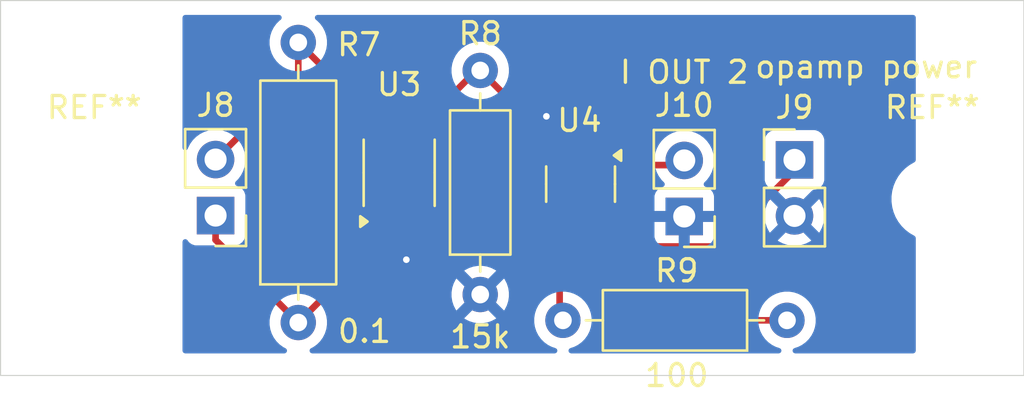
<source format=kicad_pcb>
(kicad_pcb (version 20241229) (generator "pcbnew") (generator_version "9.0")
  (layers (0 "F.Cu" signal) (2 "B.Cu" signal) (13 "F.Paste" user) (15 "B.Paste" user) (5 "F.SilkS" user "F.Silkscreen") (7 "B.SilkS" user "B.Silkscreen") (1 "F.Mask" user) (3 "B.Mask" user) (25 "Edge.Cuts" user))
  (net 0 "")
  (net 1 "GND")
  (net 2 "Net-(J8-Pin_2)")
  (net 3 "12V")
  (net 4 "Net-(U3-ALPHA)")
  (net 5 "Net-(J10-Pin_2)")
  (net 6 "Net-(U3-Iout)")
  (net 7 "Net-(U4--)")
  (net 8 "+3.3V")
  (footprint "Package_TO_SOT_SMD:TSOT-23-5" (layer "F.Cu") (at 46.05 24.0725 -90)
    (property "Reference" "U4" (at -2.8875 0.05 0) (layer "F.SilkS"))
    (property "Value" "AD8603")
    (fp_line (start 0 1.56) (end -0.8 1.56) (stroke (width 0.12)) (layer "F.SilkS"))
    (fp_line (start 0 1.56) (end 0.8 1.56) (stroke (width 0.12)) (layer "F.SilkS"))
    (fp_line (start 0 -1.56) (end -0.8 -1.56) (stroke (width 0.12)) (layer "F.SilkS"))
    (fp_line (start 0 -1.56) (end 0.8 -1.56) (stroke (width 0.12)) (layer "F.SilkS"))
    (fp_poly (pts (xy -1.3 -1.51) (xy -1.54 -1.84) (xy -1.06 -1.84)) (stroke (width 0.12)) (fill yes) (layer "F.SilkS"))
    (pad "1" smd roundrect (at -1.1375 -0.95 270) (size 1.325 0.6) (layers "F.Cu" "F.Mask" "F.Paste") (net 5 "Net-(J10-Pin_2)"))
    (pad "2" smd roundrect (at -1.1375 0 270) (size 1.325 0.6) (layers "F.Cu" "F.Mask" "F.Paste") (net 1 "GND"))
    (pad "3" smd roundrect (at -1.1375 0.95 270) (size 1.325 0.6) (layers "F.Cu" "F.Mask" "F.Paste") (net 6 "Net-(U3-Iout)"))
    (pad "4" smd roundrect (at 1.1375 0.95 270) (size 1.325 0.6) (layers "F.Cu" "F.Mask" "F.Paste") (net 7 "Net-(U4--)"))
    (pad "5" smd roundrect (at 1.1375 -0.95 270) (size 1.325 0.6) (layers "F.Cu" "F.Mask" "F.Paste") (net 8 "+3.3V"))
  )
  (footprint "MountingHole:MountingHole_3.2mm_M3" (layer "F.Cu") (at 62 24.75)
    (property "Reference" "REF**" (at 0 -4.15 0) (layer "F.SilkS"))
    (property "Value" "MountingHole_3.2mm_M3" (hide yes))
    (pad "" np_thru_hole circle (at 0 0) (size 3.2 3.2) (drill 3.2) (layers "*.Cu" "*.Mask"))
  )
  (footprint "Package_SO:MSOP-8_3x3mm_P0.65mm" (layer "F.Cu") (at 37.825 23.558815 90)
    (property "Reference" "U3" (at 4 0 180) (layer "F.SilkS"))
    (property "Value" "AD8212")
    (fp_line (start 0 -1.61) (end 1.5 -1.61) (stroke (width 0.12)) (layer "F.SilkS"))
    (fp_line (start 0 -1.61) (end -1.5 -1.61) (stroke (width 0.12)) (layer "F.SilkS"))
    (fp_line (start 0 1.61) (end 1.5 1.61) (stroke (width 0.12)) (layer "F.SilkS"))
    (fp_line (start 0 1.61) (end -1.5 1.61) (stroke (width 0.12)) (layer "F.SilkS"))
    (fp_poly (pts (xy -2.2125 -1.435) (xy -2.4525 -1.765) (xy -1.9725 -1.765)) (stroke (width 0.12)) (fill yes) (layer "F.SilkS"))
    (pad "1" smd roundrect (at -2.1125 -0.975 90) (size 1.625 0.4) (layers "F.Cu" "F.Mask" "F.Paste") (net 3 "12V"))
    (pad "2" smd roundrect (at -2.1125 -0.325 90) (size 1.625 0.4) (layers "F.Cu" "F.Mask" "F.Paste") (net 4 "Net-(U3-ALPHA)"))
    (pad "3" smd roundrect (at -2.1125 0.325 90) (size 1.625 0.4) (layers "F.Cu" "F.Mask" "F.Paste") (net 1 "GND"))
    (pad "4" smd roundrect (at -2.1125 0.975 90) (size 1.625 0.4) (layers "F.Cu" "F.Mask" "F.Paste"))
    (pad "5" smd roundrect (at 2.1125 0.975 90) (size 1.625 0.4) (layers "F.Cu" "F.Mask" "F.Paste") (net 6 "Net-(U3-Iout)"))
    (pad "6" smd roundrect (at 2.1125 0.325 90) (size 1.625 0.4) (layers "F.Cu" "F.Mask" "F.Paste") (net 4 "Net-(U3-ALPHA)"))
    (pad "7" smd roundrect (at 2.1125 -0.325 90) (size 1.625 0.4) (layers "F.Cu" "F.Mask" "F.Paste"))
    (pad "8" smd roundrect (at 2.1125 -0.975 90) (size 1.625 0.4) (layers "F.Cu" "F.Mask" "F.Paste") (net 2 "Net-(J8-Pin_2)"))
  )
  (footprint "Connector_PinHeader_2.54mm:PinHeader_1x02_P2.54mm_Vertical" (layer "F.Cu") (at 55.75 22.975)
    (property "Reference" "J9" (at 0 -2.38 0) (layer "F.SilkS"))
    (property "Value" "opamp power" (at 3.25 -4.225 0) (layer "F.SilkS"))
    (fp_line (start -1.38 -1.38) (end 0 -1.38) (stroke (width 0.12)) (layer "F.SilkS"))
    (fp_line (start -1.38 0) (end -1.38 -1.38) (stroke (width 0.12)) (layer "F.SilkS"))
    (fp_line (start -1.38 1.27) (end -1.38 3.92) (stroke (width 0.12)) (layer "F.SilkS"))
    (fp_line (start -1.38 1.27) (end 1.38 1.27) (stroke (width 0.12)) (layer "F.SilkS"))
    (fp_line (start -1.38 3.92) (end 1.38 3.92) (stroke (width 0.12)) (layer "F.SilkS"))
    (fp_line (start 1.38 1.27) (end 1.38 3.92) (stroke (width 0.12)) (layer "F.SilkS"))
    (pad "1" thru_hole rect (at 0 0) (size 1.7 1.7) (drill 1) (layers "*.Cu" "*.Mask") (net 8 "+3.3V"))
    (pad "2" thru_hole circle (at 0 2.54) (size 1.7 1.7) (drill 1) (layers "*.Cu" "*.Mask") (net 1 "GND"))
  )
  (footprint "MountingHole:MountingHole_3.2mm_M3" (layer "F.Cu") (at 24 24.75)
    (property "Reference" "REF**" (at 0 -4.15 0) (layer "F.SilkS"))
    (property "Value" "MountingHole_3.2mm_M3" (hide yes))
    (pad "" np_thru_hole circle (at 0 0) (size 3.2 3.2) (drill 3.2) (layers "*.Cu" "*.Mask"))
  )
  (footprint "Connector_PinHeader_2.54mm:PinHeader_1x02_P2.54mm_Vertical" (layer "F.Cu") (at 50.75 25.54 180)
    (property "Reference" "J10" (at 0 5.04 0) (layer "F.SilkS"))
    (property "Value" "I OUT 2" (at 0 6.54 0) (layer "F.SilkS"))
    (fp_line (start 1.38 1.27) (end 1.38 3.92) (stroke (width 0.12)) (layer "F.SilkS"))
    (fp_line (start -1.38 3.92) (end 1.38 3.92) (stroke (width 0.12)) (layer "F.SilkS"))
    (fp_line (start -1.38 1.27) (end 1.38 1.27) (stroke (width 0.12)) (layer "F.SilkS"))
    (fp_line (start -1.38 1.27) (end -1.38 3.92) (stroke (width 0.12)) (layer "F.SilkS"))
    (fp_line (start -1.38 0) (end -1.38 -1.38) (stroke (width 0.12)) (layer "F.SilkS"))
    (fp_line (start -1.38 -1.38) (end 0 -1.38) (stroke (width 0.12)) (layer "F.SilkS"))
    (pad "1" thru_hole rect (at 0 0 180) (size 1.7 1.7) (drill 1) (layers "*.Cu" "*.Mask") (net 1 "GND"))
    (pad "2" thru_hole circle (at 0 2.54 180) (size 1.7 1.7) (drill 1) (layers "*.Cu" "*.Mask") (net 5 "Net-(J10-Pin_2)"))
  )
  (footprint "Resistor_THT:R_Axial_DIN0309_L9.0mm_D3.2mm_P12.70mm_Horizontal" (layer "F.Cu") (at 33.25 30.35 90)
    (property "Reference" "R7" (at 12.6 2.75 180) (layer "F.SilkS"))
    (property "Value" "0.1" (at -0.4 3 180) (layer "F.SilkS"))
    (fp_line (start 11.66 0) (end 10.97 0) (stroke (width 0.12)) (layer "F.SilkS"))
    (fp_line (start 1.04 0) (end 1.73 0) (stroke (width 0.12)) (layer "F.SilkS"))
    (fp_rect (start 1.73 -1.72) (end 10.97 1.72) (stroke (width 0.12)) (fill no) (layer "F.SilkS"))
    (pad "1" thru_hole circle (at 0 0 90) (size 1.6 1.6) (drill 0.8) (layers "*.Cu" "*.Mask") (net 3 "12V"))
    (pad "2" thru_hole circle (at 12.7 0 90) (size 1.6 1.6) (drill 0.8) (layers "*.Cu" "*.Mask") (net 2 "Net-(J8-Pin_2)"))
  )
  (footprint "Resistor_THT:R_Axial_DIN0207_L6.3mm_D2.5mm_P10.16mm_Horizontal" (layer "F.Cu") (at 41.5 29.08 90)
    (property "Reference" "R8" (at 11.83 0 180) (layer "F.SilkS"))
    (property "Value" "15k" (at -1.92 0 180) (layer "F.SilkS"))
    (fp_line (start 9.12 0) (end 8.35 0) (stroke (width 0.12)) (layer "F.SilkS"))
    (fp_line (start 1.04 0) (end 1.81 0) (stroke (width 0.12)) (layer "F.SilkS"))
    (fp_rect (start 1.81 -1.37) (end 8.35 1.37) (stroke (width 0.12)) (fill no) (layer "F.SilkS"))
    (pad "1" thru_hole circle (at 0 0 90) (size 1.6 1.6) (drill 0.8) (layers "*.Cu" "*.Mask") (net 1 "GND"))
    (pad "2" thru_hole circle (at 10.16 0 90) (size 1.6 1.6) (drill 0.8) (layers "*.Cu" "*.Mask") (net 6 "Net-(U3-Iout)"))
  )
  (footprint "Resistor_THT:R_Axial_DIN0207_L6.3mm_D2.5mm_P10.16mm_Horizontal" (layer "F.Cu") (at 55.41 30.25 180)
    (property "Reference" "R9" (at 5 2.25 180) (layer "F.SilkS"))
    (property "Value" "100" (at 5 -2.5 180) (layer "F.SilkS"))
    (fp_line (start 9.12 0) (end 8.35 0) (stroke (width 0.12)) (layer "F.SilkS"))
    (fp_line (start 1.04 0) (end 1.81 0) (stroke (width 0.12)) (layer "F.SilkS"))
    (fp_rect (start 1.81 -1.37) (end 8.35 1.37) (stroke (width 0.12)) (fill no) (layer "F.SilkS"))
    (pad "1" thru_hole circle (at 0 0 180) (size 1.6 1.6) (drill 0.8) (layers "*.Cu" "*.Mask") (net 5 "Net-(J10-Pin_2)"))
    (pad "2" thru_hole circle (at 10.16 0 180) (size 1.6 1.6) (drill 0.8) (layers "*.Cu" "*.Mask") (net 7 "Net-(U4--)"))
  )
  (footprint "Connector_PinHeader_2.54mm:PinHeader_1x02_P2.54mm_Vertical" (layer "F.Cu") (at 29.5 25.5 180)
    (property "Reference" "J8" (at 0 5 0) (layer "F.SilkS"))
    (property "Value" "I IN 2")
    (fp_line (start 1.38 1.27) (end 1.38 3.92) (stroke (width 0.12)) (layer "F.SilkS"))
    (fp_line (start -1.38 3.92) (end 1.38 3.92) (stroke (width 0.12)) (layer "F.SilkS"))
    (fp_line (start -1.38 1.27) (end 1.38 1.27) (stroke (width 0.12)) (layer "F.SilkS"))
    (fp_line (start -1.38 1.27) (end -1.38 3.92) (stroke (width 0.12)) (layer "F.SilkS"))
    (fp_line (start -1.38 0) (end -1.38 -1.38) (stroke (width 0.12)) (layer "F.SilkS"))
    (fp_line (start -1.38 -1.38) (end 0 -1.38) (stroke (width 0.12)) (layer "F.SilkS"))
    (pad "1" thru_hole rect (at 0 0 180) (size 1.7 1.7) (drill 1) (layers "*.Cu" "*.Mask") (net 3 "12V"))
    (pad "2" thru_hole circle (at 0 2.54 180) (size 1.7 1.7) (drill 1) (layers "*.Cu" "*.Mask") (net 2 "Net-(J8-Pin_2)"))
  )
  (gr_rect (start 19.75 15.75) (end 66.15 32.75) (stroke (width 0.05)) (fill no) (layer "Edge.Cuts"))
  (segment (start 38.15 27.5) (end 38.15 25.671315) (width 0.3) (layer "F.Cu") (net 1))
  (segment (start 44.5 21) (end 45.29 21) (width 0.3) (layer "F.Cu") (net 1))
  (segment (start 46.05 21.76) (end 46.05 22.935) (width 0.3) (layer "F.Cu") (net 1))
  (segment (start 45.29 21) (end 46.05 21.76) (width 0.3) (layer "F.Cu") (net 1))
  (via (at 38.15 27.5) (size 0.6) (drill 0.3) (layers "F.Cu" "B.Cu") (net 1))
  (via (at 44.5 21) (size 0.6) (drill 0.3) (layers "F.Cu" "B.Cu") (net 1))
  (segment (start 33.25 19.21) (end 33.25 17.65) (width 0.3) (layer "F.Cu") (net 2))
  (segment (start 29.5 22.96) (end 33.25 19.21) (width 0.3) (layer "F.Cu") (net 2))
  (segment (start 33.25 17.65) (end 36.85 21.25) (width 0.3) (layer "F.Cu") (net 2))
  (segment (start 36.85 21.25) (end 36.85 21.446315) (width 0.2) (layer "F.Cu") (net 2))
  (segment (start 29.5 26.6) (end 33.25 30.35) (width 0.3) (layer "F.Cu") (net 3))
  (segment (start 36.85 26.75) (end 36.85 25.671315) (width 0.3) (layer "F.Cu") (net 3))
  (segment (start 29.5 25.5) (end 29.5 26.6) (width 0.3) (layer "F.Cu") (net 3))
  (segment (start 33.25 30.35) (end 36.85 26.75) (width 0.3) (layer "F.Cu") (net 3))
  (segment (start 37.5 22.828685) (end 38.15 22.178685) (width 0.3) (layer "F.Cu") (net 4))
  (segment (start 37.5 25.671315) (end 37.5 22.828685) (width 0.3) (layer "F.Cu") (net 4))
  (segment (start 38.15 22.178685) (end 38.15 21.446315) (width 0.2) (layer "F.Cu") (net 4))
  (segment (start 50.735532 30.25) (end 55.5 30.25) (width 0.3) (layer "F.Cu") (net 5))
  (segment (start 47 22.935) (end 47.025 22.935) (width 0.2) (layer "F.Cu") (net 5))
  (segment (start 47.025 22.935) (end 47.3 23.21) (width 0.2) (layer "F.Cu") (net 5))
  (segment (start 47.3 23.21) (end 51 23.21) (width 0.3) (layer "F.Cu") (net 5))
  (segment (start 46.399 25.913468) (end 50.735532 30.25) (width 0.3) (layer "F.Cu") (net 5))
  (segment (start 47 22.935) (end 47 23.905532) (width 0.3) (layer "F.Cu") (net 5))
  (segment (start 46.399 24.506532) (end 46.399 25.913468) (width 0.3) (layer "F.Cu") (net 5))
  (segment (start 47 23.905532) (end 46.399 24.506532) (width 0.3) (layer "F.Cu") (net 5))
  (segment (start 41.326315 18.92) (end 41.5 18.92) (width 0.2) (layer "F.Cu") (net 6))
  (segment (start 38.8 21.446315) (end 41.326315 18.92) (width 0.3) (layer "F.Cu") (net 6))
  (segment (start 44.9625 22.7975) (end 45.1 22.935) (width 0.2) (layer "F.Cu") (net 6))
  (segment (start 45.1 22.52) (end 45.1 22.935) (width 0.2) (layer "F.Cu") (net 6))
  (segment (start 41.5 18.92) (end 45.1 22.52) (width 0.3) (layer "F.Cu") (net 6))
  (segment (start 45.1 30.1) (end 45.25 30.25) (width 0.2) (layer "F.Cu") (net 7))
  (segment (start 45.1 25.21) (end 45.1 30.1) (width 0.3) (layer "F.Cu") (net 7))
  (segment (start 47 25.21) (end 48.691 26.901) (width 0.3) (layer "F.Cu") (net 8))
  (segment (start 48.691 26.901) (end 52.309 26.901) (width 0.3) (layer "F.Cu") (net 8))
  (segment (start 52.309 26.901) (end 55.75 23.46) (width 0.3) (layer "F.Cu") (net 8))
  (segment (start 55.75 23.46) (end 55.75 22.975) (width 0.2) (layer "F.Cu") (net 8))
  (zone (net 1) (net_name "GND") (layer "B.Cu") (priority 2) (connect_pads (clearance 0.5)) (min_thickness 0.25) (fill yes (thermal_gap 0.5) (thermal_bridge_width 0.5))
    (polygon (pts (xy 28 16.4) (xy 28 31.75) (xy 61.25 31.75) (xy 61.25 16.4)))
  )
)
</source>
